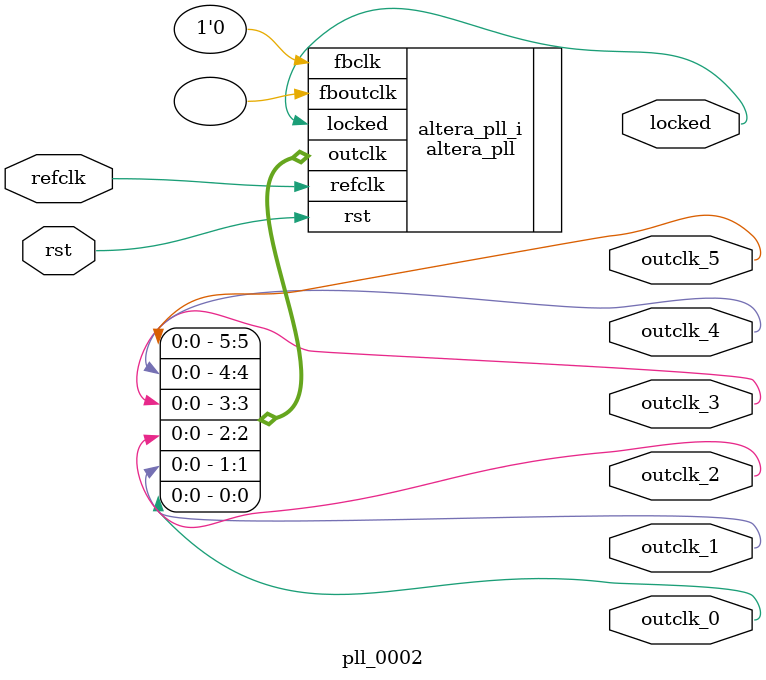
<source format=v>
`timescale 1ns/10ps
module  pll_0002(

	// interface 'refclk'
	input wire refclk,

	// interface 'reset'
	input wire rst,

	// interface 'outclk0'
	output wire outclk_0,

	// interface 'outclk1'
	output wire outclk_1,

	// interface 'outclk2'
	output wire outclk_2,

	// interface 'outclk3'
	output wire outclk_3,

	// interface 'outclk4'
	output wire outclk_4,

	// interface 'outclk5'
	output wire outclk_5,

	// interface 'locked'
	output wire locked
);

	altera_pll #(
		.fractional_vco_multiplier("false"),
		.reference_clock_frequency("50.0 MHz"),
		.operation_mode("direct"),
		.number_of_clocks(6),
		.output_clock_frequency0("50.347222 MHz"),
		.phase_shift0("0 ps"),
		.duty_cycle0(50),
		.output_clock_frequency1("50.347222 MHz"),
		.phase_shift1("4965 ps"),
		.duty_cycle1(50),
		.output_clock_frequency2("25.173611 MHz"),
		.phase_shift2("0 ps"),
		.duty_cycle2(50),
		.output_clock_frequency3("6.293402 MHz"),
		.phase_shift3("0 ps"),
		.duty_cycle3(50),
		.output_clock_frequency4("100.694444 MHz"),
		.phase_shift4("0 ps"),
		.duty_cycle4(50),
		.output_clock_frequency5("100.694444 MHz"),
		.phase_shift5("-5068 ps"),
		.duty_cycle5(50),
		.output_clock_frequency6("0 MHz"),
		.phase_shift6("0 ps"),
		.duty_cycle6(50),
		.output_clock_frequency7("0 MHz"),
		.phase_shift7("0 ps"),
		.duty_cycle7(50),
		.output_clock_frequency8("0 MHz"),
		.phase_shift8("0 ps"),
		.duty_cycle8(50),
		.output_clock_frequency9("0 MHz"),
		.phase_shift9("0 ps"),
		.duty_cycle9(50),
		.output_clock_frequency10("0 MHz"),
		.phase_shift10("0 ps"),
		.duty_cycle10(50),
		.output_clock_frequency11("0 MHz"),
		.phase_shift11("0 ps"),
		.duty_cycle11(50),
		.output_clock_frequency12("0 MHz"),
		.phase_shift12("0 ps"),
		.duty_cycle12(50),
		.output_clock_frequency13("0 MHz"),
		.phase_shift13("0 ps"),
		.duty_cycle13(50),
		.output_clock_frequency14("0 MHz"),
		.phase_shift14("0 ps"),
		.duty_cycle14(50),
		.output_clock_frequency15("0 MHz"),
		.phase_shift15("0 ps"),
		.duty_cycle15(50),
		.output_clock_frequency16("0 MHz"),
		.phase_shift16("0 ps"),
		.duty_cycle16(50),
		.output_clock_frequency17("0 MHz"),
		.phase_shift17("0 ps"),
		.duty_cycle17(50),
		.pll_type("General"),
		.pll_subtype("General")
	) altera_pll_i (
		.rst	(rst),
		.outclk	({outclk_5, outclk_4, outclk_3, outclk_2, outclk_1, outclk_0}),
		.locked	(locked),
		.fboutclk	( ),
		.fbclk	(1'b0),
		.refclk	(refclk)
	);
endmodule


</source>
